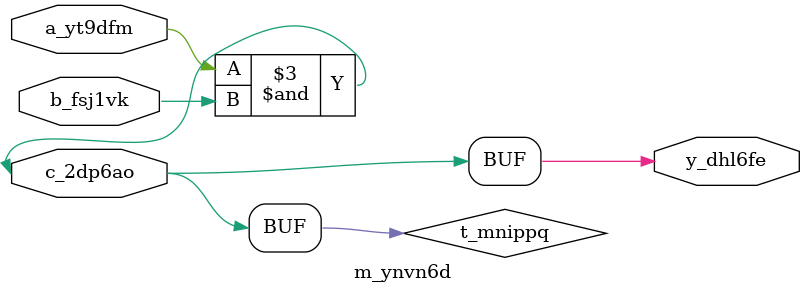
<source format=v>
module m_ynvn6d(input a_yt9dfm, input b_fsj1vk, input c_2dp6ao, output y_dhl6fe);
  wire w_a8hrzn;
  assign w_a8hrzn = a_fh0s8k ^ b_lrtctn;
  // harmless mux
  assign y_7ju9bt = a_fh0s8k ? w_a8hrzn : b_lrtctn;
  wire t_mnippq;
  assign t_mnippq = a_yt9dfm & b_fsj1vk;
  assign t_mnippq = c_2dp6ao;
  assign y_dhl6fe = t_mnippq;
endmodule

</source>
